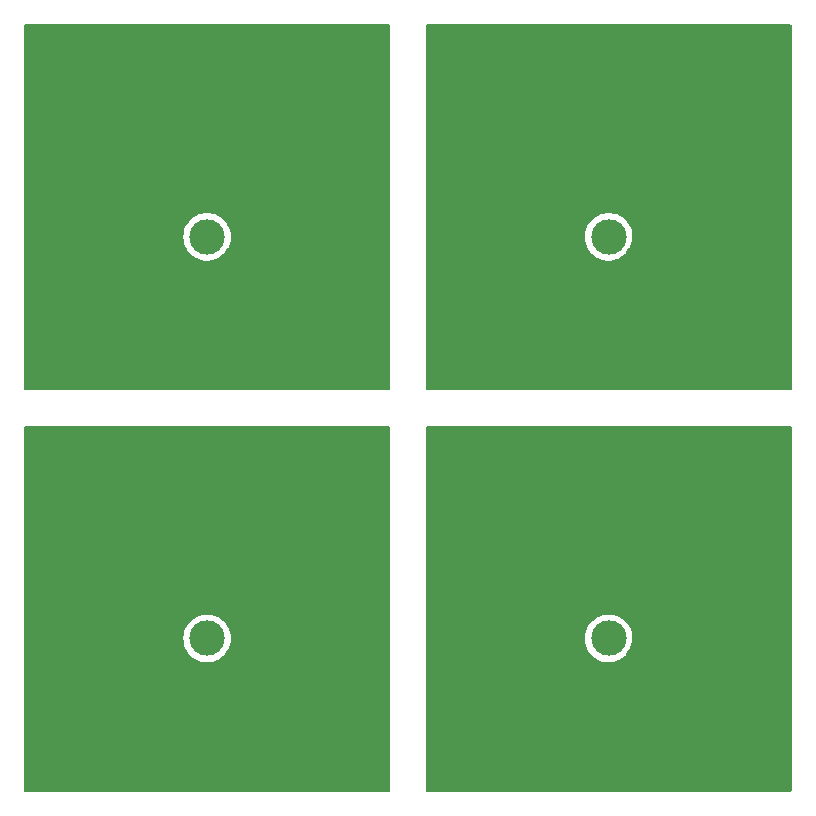
<source format=gbl>
%TF.GenerationSoftware,KiCad,Pcbnew,(6.0.4)*%
%TF.CreationDate,2022-12-06T00:22:49+09:00*%
%TF.ProjectId,gps-teseo-p,6770732d-7465-4736-956f-2d702e6b6963,rev?*%
%TF.SameCoordinates,Original*%
%TF.FileFunction,Copper,L4,Bot*%
%TF.FilePolarity,Positive*%
%FSLAX46Y46*%
G04 Gerber Fmt 4.6, Leading zero omitted, Abs format (unit mm)*
G04 Created by KiCad (PCBNEW (6.0.4)) date 2022-12-06 00:22:49*
%MOMM*%
%LPD*%
G01*
G04 APERTURE LIST*
%TA.AperFunction,ComponentPad*%
%ADD10C,3.000000*%
%TD*%
%TA.AperFunction,ViaPad*%
%ADD11C,0.800000*%
%TD*%
G04 APERTURE END LIST*
D10*
%TO.P,IC14,1,1*%
%TO.N,Net-(C1-Pad1)*%
X110000000Y-92500000D03*
%TD*%
%TO.P,IC11,1,1*%
%TO.N,Net-(C1-Pad1)*%
X76000000Y-92500000D03*
%TD*%
%TO.P,IC5,1,1*%
%TO.N,Net-(C1-Pad1)*%
X110000000Y-58500000D03*
%TD*%
%TO.P,IC2,1,1*%
%TO.N,Net-(C1-Pad1)*%
X76000000Y-58500000D03*
%TD*%
D11*
%TO.N,GND2*%
X98949162Y-75981298D03*
X108500000Y-90200000D03*
X104000000Y-79000000D03*
X124800000Y-86400000D03*
X107300000Y-92500000D03*
X113800000Y-80400000D03*
X114000000Y-76000000D03*
X108600000Y-96100000D03*
X123600000Y-84800000D03*
X111300000Y-96200000D03*
X104000000Y-104000000D03*
X103800000Y-87000000D03*
X118000000Y-92500000D03*
X120000000Y-89000000D03*
X99000000Y-104000000D03*
X96000000Y-94000000D03*
X124000000Y-104000000D03*
X108700000Y-100200000D03*
X111400000Y-97600000D03*
X109000000Y-79000000D03*
X116000000Y-90500000D03*
X124000000Y-76000000D03*
X116700000Y-104800000D03*
X124000000Y-102200000D03*
X98951204Y-83995915D03*
X112500000Y-92700000D03*
X107600000Y-93800000D03*
X111400000Y-90200000D03*
X96000000Y-99000000D03*
X118000000Y-98400000D03*
X108000000Y-94800000D03*
X118400000Y-102100000D03*
X119800000Y-103600000D03*
X115000000Y-84800000D03*
X122000000Y-89000000D03*
X113500000Y-95600000D03*
X104000000Y-76000000D03*
X119200000Y-97200000D03*
X108600000Y-103600000D03*
X114400000Y-97200000D03*
X115400000Y-104800000D03*
X114400000Y-101400000D03*
X99000000Y-89000000D03*
X108947119Y-83995915D03*
X124000000Y-93000000D03*
X116000000Y-92500000D03*
X124000000Y-89000000D03*
X111400000Y-98900000D03*
X121500000Y-104000000D03*
X120400000Y-78400000D03*
X120000000Y-93000000D03*
X118000000Y-101000000D03*
X99000000Y-99000000D03*
X118000000Y-99800000D03*
X113800000Y-78400000D03*
X103949162Y-88993872D03*
X111900000Y-93800000D03*
X109800000Y-104800000D03*
X108700000Y-101400000D03*
X112400000Y-104800000D03*
X124000000Y-100400000D03*
X118000000Y-90500000D03*
X124200000Y-78400000D03*
X107700000Y-91200000D03*
X112100000Y-91400000D03*
X119000000Y-76000000D03*
X123600000Y-97200000D03*
X104000000Y-99000000D03*
X114200000Y-104800000D03*
X104000000Y-94000000D03*
X99000000Y-79000000D03*
X96000000Y-89000000D03*
X114400000Y-100200000D03*
X111300000Y-94900000D03*
X122000000Y-93000000D03*
X117000000Y-102100000D03*
X108947119Y-88993872D03*
X116800000Y-78400000D03*
X96000000Y-104000000D03*
X114400000Y-102600000D03*
X114000000Y-90500000D03*
X108700000Y-97400000D03*
X111400000Y-100100000D03*
X124200000Y-80800000D03*
X113600000Y-98600000D03*
X109000000Y-76000000D03*
X99000000Y-94000000D03*
X109900000Y-89900000D03*
X108700000Y-98800000D03*
X116900000Y-97200000D03*
X114000000Y-92500000D03*
X64949162Y-75981298D03*
X74500000Y-90200000D03*
X70000000Y-79000000D03*
X90800000Y-86400000D03*
X73300000Y-92500000D03*
X79800000Y-80400000D03*
X80000000Y-76000000D03*
X74600000Y-96100000D03*
X89600000Y-84800000D03*
X77300000Y-96200000D03*
X70000000Y-104000000D03*
X69800000Y-87000000D03*
X84000000Y-92500000D03*
X86000000Y-89000000D03*
X65000000Y-104000000D03*
X62000000Y-94000000D03*
X90000000Y-104000000D03*
X74700000Y-100200000D03*
X77400000Y-97600000D03*
X75000000Y-79000000D03*
X82000000Y-90500000D03*
X90000000Y-76000000D03*
X82700000Y-104800000D03*
X90000000Y-102200000D03*
X64951204Y-83995915D03*
X78500000Y-92700000D03*
X73600000Y-93800000D03*
X77400000Y-90200000D03*
X62000000Y-99000000D03*
X84000000Y-98400000D03*
X74000000Y-94800000D03*
X84400000Y-102100000D03*
X85800000Y-103600000D03*
X81000000Y-84800000D03*
X88000000Y-89000000D03*
X79500000Y-95600000D03*
X70000000Y-76000000D03*
X85200000Y-97200000D03*
X74600000Y-103600000D03*
X80400000Y-97200000D03*
X81400000Y-104800000D03*
X80400000Y-101400000D03*
X65000000Y-89000000D03*
X74947119Y-83995915D03*
X90000000Y-93000000D03*
X82000000Y-92500000D03*
X90000000Y-89000000D03*
X77400000Y-98900000D03*
X87500000Y-104000000D03*
X86400000Y-78400000D03*
X86000000Y-93000000D03*
X84000000Y-101000000D03*
X65000000Y-99000000D03*
X84000000Y-99800000D03*
X79800000Y-78400000D03*
X69949162Y-88993872D03*
X77900000Y-93800000D03*
X75800000Y-104800000D03*
X74700000Y-101400000D03*
X78400000Y-104800000D03*
X90000000Y-100400000D03*
X84000000Y-90500000D03*
X90200000Y-78400000D03*
X73700000Y-91200000D03*
X78100000Y-91400000D03*
X85000000Y-76000000D03*
X89600000Y-97200000D03*
X70000000Y-99000000D03*
X80200000Y-104800000D03*
X70000000Y-94000000D03*
X65000000Y-79000000D03*
X62000000Y-89000000D03*
X80400000Y-100200000D03*
X77300000Y-94900000D03*
X88000000Y-93000000D03*
X83000000Y-102100000D03*
X74947119Y-88993872D03*
X82800000Y-78400000D03*
X62000000Y-104000000D03*
X80400000Y-102600000D03*
X80000000Y-90500000D03*
X74700000Y-97400000D03*
X77400000Y-100100000D03*
X90200000Y-80800000D03*
X79600000Y-98600000D03*
X75000000Y-76000000D03*
X65000000Y-94000000D03*
X75900000Y-89900000D03*
X74700000Y-98800000D03*
X82900000Y-97200000D03*
X80000000Y-92500000D03*
X98949162Y-41981298D03*
X108500000Y-56200000D03*
X104000000Y-45000000D03*
X124800000Y-52400000D03*
X107300000Y-58500000D03*
X113800000Y-46400000D03*
X114000000Y-42000000D03*
X108600000Y-62100000D03*
X123600000Y-50800000D03*
X111300000Y-62200000D03*
X104000000Y-70000000D03*
X103800000Y-53000000D03*
X118000000Y-58500000D03*
X120000000Y-55000000D03*
X99000000Y-70000000D03*
X96000000Y-60000000D03*
X124000000Y-70000000D03*
X108700000Y-66200000D03*
X111400000Y-63600000D03*
X109000000Y-45000000D03*
X116000000Y-56500000D03*
X124000000Y-42000000D03*
X116700000Y-70800000D03*
X124000000Y-68200000D03*
X98951204Y-49995915D03*
X112500000Y-58700000D03*
X107600000Y-59800000D03*
X111400000Y-56200000D03*
X96000000Y-65000000D03*
X118000000Y-64400000D03*
X108000000Y-60800000D03*
X118400000Y-68100000D03*
X119800000Y-69600000D03*
X115000000Y-50800000D03*
X122000000Y-55000000D03*
X113500000Y-61600000D03*
X104000000Y-42000000D03*
X119200000Y-63200000D03*
X108600000Y-69600000D03*
X114400000Y-63200000D03*
X115400000Y-70800000D03*
X114400000Y-67400000D03*
X99000000Y-55000000D03*
X108947119Y-49995915D03*
X124000000Y-59000000D03*
X116000000Y-58500000D03*
X124000000Y-55000000D03*
X111400000Y-64900000D03*
X121500000Y-70000000D03*
X120400000Y-44400000D03*
X120000000Y-59000000D03*
X118000000Y-67000000D03*
X99000000Y-65000000D03*
X118000000Y-65800000D03*
X113800000Y-44400000D03*
X103949162Y-54993872D03*
X111900000Y-59800000D03*
X109800000Y-70800000D03*
X108700000Y-67400000D03*
X112400000Y-70800000D03*
X124000000Y-66400000D03*
X118000000Y-56500000D03*
X124200000Y-44400000D03*
X107700000Y-57200000D03*
X112100000Y-57400000D03*
X119000000Y-42000000D03*
X123600000Y-63200000D03*
X104000000Y-65000000D03*
X114200000Y-70800000D03*
X104000000Y-60000000D03*
X99000000Y-45000000D03*
X96000000Y-55000000D03*
X114400000Y-66200000D03*
X111300000Y-60900000D03*
X122000000Y-59000000D03*
X117000000Y-68100000D03*
X108947119Y-54993872D03*
X116800000Y-44400000D03*
X96000000Y-70000000D03*
X114400000Y-68600000D03*
X114000000Y-56500000D03*
X108700000Y-63400000D03*
X111400000Y-66100000D03*
X124200000Y-46800000D03*
X113600000Y-64600000D03*
X109000000Y-42000000D03*
X99000000Y-60000000D03*
X109900000Y-55900000D03*
X108700000Y-64800000D03*
X116900000Y-63200000D03*
X114000000Y-58500000D03*
X90200000Y-44400000D03*
X74700000Y-67400000D03*
X75800000Y-70800000D03*
X77900000Y-59800000D03*
X79800000Y-44400000D03*
X84000000Y-56500000D03*
X90000000Y-66400000D03*
X69949162Y-54993872D03*
X78400000Y-70800000D03*
X85000000Y-42000000D03*
X78100000Y-57400000D03*
X89600000Y-63200000D03*
X70000000Y-65000000D03*
X73700000Y-57200000D03*
X80200000Y-70800000D03*
X80400000Y-66200000D03*
X62000000Y-55000000D03*
X65000000Y-45000000D03*
X70000000Y-60000000D03*
X77300000Y-60900000D03*
X65000000Y-55000000D03*
X90000000Y-55000000D03*
X80400000Y-67400000D03*
X86000000Y-59000000D03*
X86400000Y-44400000D03*
X82000000Y-58500000D03*
X62000000Y-65000000D03*
X80400000Y-63200000D03*
X84000000Y-67000000D03*
X81000000Y-50800000D03*
X87500000Y-70000000D03*
X84400000Y-68100000D03*
X81400000Y-70800000D03*
X74000000Y-60800000D03*
X77400000Y-56200000D03*
X90000000Y-59000000D03*
X77400000Y-64900000D03*
X85200000Y-63200000D03*
X74947119Y-49995915D03*
X79500000Y-61600000D03*
X74600000Y-69600000D03*
X70000000Y-42000000D03*
X85800000Y-69600000D03*
X88000000Y-55000000D03*
X84000000Y-64400000D03*
X84000000Y-65800000D03*
X65000000Y-65000000D03*
X73600000Y-59800000D03*
X62000000Y-60000000D03*
X74600000Y-62100000D03*
X90800000Y-52400000D03*
X80000000Y-42000000D03*
X90000000Y-42000000D03*
X64949162Y-41981298D03*
X74500000Y-56200000D03*
X78500000Y-58700000D03*
X74700000Y-66200000D03*
X75000000Y-45000000D03*
X89600000Y-50800000D03*
X73300000Y-58500000D03*
X77400000Y-63600000D03*
X65000000Y-70000000D03*
X84000000Y-58500000D03*
X70000000Y-70000000D03*
X90000000Y-70000000D03*
X79800000Y-46400000D03*
X69800000Y-53000000D03*
X86000000Y-55000000D03*
X82700000Y-70800000D03*
X64951204Y-49995915D03*
X70000000Y-45000000D03*
X77300000Y-62200000D03*
X90000000Y-68200000D03*
X82000000Y-56500000D03*
X74947119Y-54993872D03*
X82800000Y-44400000D03*
X77400000Y-66100000D03*
X79600000Y-64600000D03*
X90200000Y-46800000D03*
X75900000Y-55900000D03*
X82900000Y-63200000D03*
X74700000Y-64800000D03*
X80400000Y-68600000D03*
X83000000Y-68100000D03*
X80000000Y-58500000D03*
X88000000Y-59000000D03*
X65000000Y-60000000D03*
X80000000Y-56500000D03*
X62000000Y-70000000D03*
X75000000Y-42000000D03*
X74700000Y-63400000D03*
%TD*%
%TA.AperFunction,Conductor*%
%TO.N,GND2*%
G36*
X91433621Y-40528502D02*
G01*
X91480114Y-40582158D01*
X91491500Y-40634500D01*
X91491500Y-71365500D01*
X91471498Y-71433621D01*
X91417842Y-71480114D01*
X91365500Y-71491500D01*
X60634500Y-71491500D01*
X60566379Y-71471498D01*
X60519886Y-71417842D01*
X60508500Y-71365500D01*
X60508500Y-58478918D01*
X73986917Y-58478918D01*
X74002682Y-58752320D01*
X74003507Y-58756525D01*
X74003508Y-58756533D01*
X74014127Y-58810657D01*
X74055405Y-59021053D01*
X74056792Y-59025103D01*
X74056793Y-59025108D01*
X74077605Y-59085895D01*
X74144112Y-59280144D01*
X74267160Y-59524799D01*
X74269586Y-59528328D01*
X74269589Y-59528334D01*
X74419843Y-59746953D01*
X74422274Y-59750490D01*
X74606582Y-59953043D01*
X74816675Y-60128707D01*
X74820316Y-60130991D01*
X75045024Y-60271951D01*
X75045028Y-60271953D01*
X75048664Y-60274234D01*
X75116544Y-60304883D01*
X75294345Y-60385164D01*
X75294349Y-60385166D01*
X75298257Y-60386930D01*
X75302377Y-60388150D01*
X75302376Y-60388150D01*
X75556723Y-60463491D01*
X75556727Y-60463492D01*
X75560836Y-60464709D01*
X75565070Y-60465357D01*
X75565075Y-60465358D01*
X75827298Y-60505483D01*
X75827300Y-60505483D01*
X75831540Y-60506132D01*
X75970912Y-60508322D01*
X76101071Y-60510367D01*
X76101077Y-60510367D01*
X76105362Y-60510434D01*
X76377235Y-60477534D01*
X76642127Y-60408041D01*
X76646087Y-60406401D01*
X76646092Y-60406399D01*
X76768631Y-60355641D01*
X76895136Y-60303241D01*
X77131582Y-60165073D01*
X77347089Y-59996094D01*
X77388809Y-59953043D01*
X77534686Y-59802509D01*
X77537669Y-59799431D01*
X77540202Y-59795983D01*
X77540206Y-59795978D01*
X77697257Y-59582178D01*
X77699795Y-59578723D01*
X77727154Y-59528334D01*
X77828418Y-59341830D01*
X77828419Y-59341828D01*
X77830468Y-59338054D01*
X77927269Y-59081877D01*
X77988407Y-58814933D01*
X78012751Y-58542161D01*
X78013193Y-58500000D01*
X77994567Y-58226778D01*
X77939032Y-57958612D01*
X77847617Y-57700465D01*
X77722013Y-57457112D01*
X77712040Y-57442921D01*
X77567008Y-57236562D01*
X77564545Y-57233057D01*
X77378125Y-57032445D01*
X77374810Y-57029731D01*
X77374806Y-57029728D01*
X77169523Y-56861706D01*
X77166205Y-56858990D01*
X76932704Y-56715901D01*
X76928768Y-56714173D01*
X76685873Y-56607549D01*
X76685869Y-56607548D01*
X76681945Y-56605825D01*
X76418566Y-56530800D01*
X76414324Y-56530196D01*
X76414318Y-56530195D01*
X76213834Y-56501662D01*
X76147443Y-56492213D01*
X76003589Y-56491460D01*
X75877877Y-56490802D01*
X75877871Y-56490802D01*
X75873591Y-56490780D01*
X75869347Y-56491339D01*
X75869343Y-56491339D01*
X75750302Y-56507011D01*
X75602078Y-56526525D01*
X75597938Y-56527658D01*
X75597936Y-56527658D01*
X75525008Y-56547609D01*
X75337928Y-56598788D01*
X75333980Y-56600472D01*
X75089982Y-56704546D01*
X75089978Y-56704548D01*
X75086030Y-56706232D01*
X75066125Y-56718145D01*
X74854725Y-56844664D01*
X74854721Y-56844667D01*
X74851043Y-56846868D01*
X74637318Y-57018094D01*
X74448808Y-57216742D01*
X74289002Y-57439136D01*
X74160857Y-57681161D01*
X74159385Y-57685184D01*
X74159383Y-57685188D01*
X74152314Y-57704506D01*
X74066743Y-57938337D01*
X74008404Y-58205907D01*
X73986917Y-58478918D01*
X60508500Y-58478918D01*
X60508500Y-40634500D01*
X60528502Y-40566379D01*
X60582158Y-40519886D01*
X60634500Y-40508500D01*
X91365500Y-40508500D01*
X91433621Y-40528502D01*
G37*
%TD.AperFunction*%
%TD*%
%TA.AperFunction,Conductor*%
%TO.N,GND2*%
G36*
X125433621Y-40528502D02*
G01*
X125480114Y-40582158D01*
X125491500Y-40634500D01*
X125491500Y-71365500D01*
X125471498Y-71433621D01*
X125417842Y-71480114D01*
X125365500Y-71491500D01*
X94634500Y-71491500D01*
X94566379Y-71471498D01*
X94519886Y-71417842D01*
X94508500Y-71365500D01*
X94508500Y-58478918D01*
X107986917Y-58478918D01*
X108002682Y-58752320D01*
X108003507Y-58756525D01*
X108003508Y-58756533D01*
X108014127Y-58810657D01*
X108055405Y-59021053D01*
X108056792Y-59025103D01*
X108056793Y-59025108D01*
X108077605Y-59085895D01*
X108144112Y-59280144D01*
X108267160Y-59524799D01*
X108269586Y-59528328D01*
X108269589Y-59528334D01*
X108419843Y-59746953D01*
X108422274Y-59750490D01*
X108606582Y-59953043D01*
X108816675Y-60128707D01*
X108820316Y-60130991D01*
X109045024Y-60271951D01*
X109045028Y-60271953D01*
X109048664Y-60274234D01*
X109116544Y-60304883D01*
X109294345Y-60385164D01*
X109294349Y-60385166D01*
X109298257Y-60386930D01*
X109302377Y-60388150D01*
X109302376Y-60388150D01*
X109556723Y-60463491D01*
X109556727Y-60463492D01*
X109560836Y-60464709D01*
X109565070Y-60465357D01*
X109565075Y-60465358D01*
X109827298Y-60505483D01*
X109827300Y-60505483D01*
X109831540Y-60506132D01*
X109970912Y-60508322D01*
X110101071Y-60510367D01*
X110101077Y-60510367D01*
X110105362Y-60510434D01*
X110377235Y-60477534D01*
X110642127Y-60408041D01*
X110646087Y-60406401D01*
X110646092Y-60406399D01*
X110768631Y-60355641D01*
X110895136Y-60303241D01*
X111131582Y-60165073D01*
X111347089Y-59996094D01*
X111388809Y-59953043D01*
X111534686Y-59802509D01*
X111537669Y-59799431D01*
X111540202Y-59795983D01*
X111540206Y-59795978D01*
X111697257Y-59582178D01*
X111699795Y-59578723D01*
X111727154Y-59528334D01*
X111828418Y-59341830D01*
X111828419Y-59341828D01*
X111830468Y-59338054D01*
X111927269Y-59081877D01*
X111988407Y-58814933D01*
X112012751Y-58542161D01*
X112013193Y-58500000D01*
X111994567Y-58226778D01*
X111939032Y-57958612D01*
X111847617Y-57700465D01*
X111722013Y-57457112D01*
X111712040Y-57442921D01*
X111567008Y-57236562D01*
X111564545Y-57233057D01*
X111378125Y-57032445D01*
X111374810Y-57029731D01*
X111374806Y-57029728D01*
X111169523Y-56861706D01*
X111166205Y-56858990D01*
X110932704Y-56715901D01*
X110928768Y-56714173D01*
X110685873Y-56607549D01*
X110685869Y-56607548D01*
X110681945Y-56605825D01*
X110418566Y-56530800D01*
X110414324Y-56530196D01*
X110414318Y-56530195D01*
X110213834Y-56501662D01*
X110147443Y-56492213D01*
X110003589Y-56491460D01*
X109877877Y-56490802D01*
X109877871Y-56490802D01*
X109873591Y-56490780D01*
X109869347Y-56491339D01*
X109869343Y-56491339D01*
X109750302Y-56507011D01*
X109602078Y-56526525D01*
X109597938Y-56527658D01*
X109597936Y-56527658D01*
X109525008Y-56547609D01*
X109337928Y-56598788D01*
X109333980Y-56600472D01*
X109089982Y-56704546D01*
X109089978Y-56704548D01*
X109086030Y-56706232D01*
X109066125Y-56718145D01*
X108854725Y-56844664D01*
X108854721Y-56844667D01*
X108851043Y-56846868D01*
X108637318Y-57018094D01*
X108448808Y-57216742D01*
X108289002Y-57439136D01*
X108160857Y-57681161D01*
X108159385Y-57685184D01*
X108159383Y-57685188D01*
X108152314Y-57704506D01*
X108066743Y-57938337D01*
X108008404Y-58205907D01*
X107986917Y-58478918D01*
X94508500Y-58478918D01*
X94508500Y-40634500D01*
X94528502Y-40566379D01*
X94582158Y-40519886D01*
X94634500Y-40508500D01*
X125365500Y-40508500D01*
X125433621Y-40528502D01*
G37*
%TD.AperFunction*%
%TD*%
%TA.AperFunction,Conductor*%
%TO.N,GND2*%
G36*
X91433621Y-74528502D02*
G01*
X91480114Y-74582158D01*
X91491500Y-74634500D01*
X91491500Y-105365500D01*
X91471498Y-105433621D01*
X91417842Y-105480114D01*
X91365500Y-105491500D01*
X60634500Y-105491500D01*
X60566379Y-105471498D01*
X60519886Y-105417842D01*
X60508500Y-105365500D01*
X60508500Y-92478918D01*
X73986917Y-92478918D01*
X74002682Y-92752320D01*
X74003507Y-92756525D01*
X74003508Y-92756533D01*
X74014127Y-92810657D01*
X74055405Y-93021053D01*
X74056792Y-93025103D01*
X74056793Y-93025108D01*
X74077605Y-93085895D01*
X74144112Y-93280144D01*
X74267160Y-93524799D01*
X74269586Y-93528328D01*
X74269589Y-93528334D01*
X74419843Y-93746953D01*
X74422274Y-93750490D01*
X74606582Y-93953043D01*
X74816675Y-94128707D01*
X74820316Y-94130991D01*
X75045024Y-94271951D01*
X75045028Y-94271953D01*
X75048664Y-94274234D01*
X75116544Y-94304883D01*
X75294345Y-94385164D01*
X75294349Y-94385166D01*
X75298257Y-94386930D01*
X75302377Y-94388150D01*
X75302376Y-94388150D01*
X75556723Y-94463491D01*
X75556727Y-94463492D01*
X75560836Y-94464709D01*
X75565070Y-94465357D01*
X75565075Y-94465358D01*
X75827298Y-94505483D01*
X75827300Y-94505483D01*
X75831540Y-94506132D01*
X75970912Y-94508322D01*
X76101071Y-94510367D01*
X76101077Y-94510367D01*
X76105362Y-94510434D01*
X76377235Y-94477534D01*
X76642127Y-94408041D01*
X76646087Y-94406401D01*
X76646092Y-94406399D01*
X76768631Y-94355641D01*
X76895136Y-94303241D01*
X77131582Y-94165073D01*
X77347089Y-93996094D01*
X77388809Y-93953043D01*
X77534686Y-93802509D01*
X77537669Y-93799431D01*
X77540202Y-93795983D01*
X77540206Y-93795978D01*
X77697257Y-93582178D01*
X77699795Y-93578723D01*
X77727154Y-93528334D01*
X77828418Y-93341830D01*
X77828419Y-93341828D01*
X77830468Y-93338054D01*
X77927269Y-93081877D01*
X77988407Y-92814933D01*
X78012751Y-92542161D01*
X78013193Y-92500000D01*
X77994567Y-92226778D01*
X77939032Y-91958612D01*
X77847617Y-91700465D01*
X77722013Y-91457112D01*
X77712040Y-91442921D01*
X77567008Y-91236562D01*
X77564545Y-91233057D01*
X77378125Y-91032445D01*
X77374810Y-91029731D01*
X77374806Y-91029728D01*
X77169523Y-90861706D01*
X77166205Y-90858990D01*
X76932704Y-90715901D01*
X76928768Y-90714173D01*
X76685873Y-90607549D01*
X76685869Y-90607548D01*
X76681945Y-90605825D01*
X76418566Y-90530800D01*
X76414324Y-90530196D01*
X76414318Y-90530195D01*
X76213834Y-90501662D01*
X76147443Y-90492213D01*
X76003589Y-90491460D01*
X75877877Y-90490802D01*
X75877871Y-90490802D01*
X75873591Y-90490780D01*
X75869347Y-90491339D01*
X75869343Y-90491339D01*
X75750302Y-90507011D01*
X75602078Y-90526525D01*
X75597938Y-90527658D01*
X75597936Y-90527658D01*
X75525008Y-90547609D01*
X75337928Y-90598788D01*
X75333980Y-90600472D01*
X75089982Y-90704546D01*
X75089978Y-90704548D01*
X75086030Y-90706232D01*
X75066125Y-90718145D01*
X74854725Y-90844664D01*
X74854721Y-90844667D01*
X74851043Y-90846868D01*
X74637318Y-91018094D01*
X74448808Y-91216742D01*
X74289002Y-91439136D01*
X74160857Y-91681161D01*
X74159385Y-91685184D01*
X74159383Y-91685188D01*
X74152314Y-91704506D01*
X74066743Y-91938337D01*
X74008404Y-92205907D01*
X73986917Y-92478918D01*
X60508500Y-92478918D01*
X60508500Y-74634500D01*
X60528502Y-74566379D01*
X60582158Y-74519886D01*
X60634500Y-74508500D01*
X91365500Y-74508500D01*
X91433621Y-74528502D01*
G37*
%TD.AperFunction*%
%TD*%
%TA.AperFunction,Conductor*%
%TO.N,GND2*%
G36*
X125433621Y-74528502D02*
G01*
X125480114Y-74582158D01*
X125491500Y-74634500D01*
X125491500Y-105365500D01*
X125471498Y-105433621D01*
X125417842Y-105480114D01*
X125365500Y-105491500D01*
X94634500Y-105491500D01*
X94566379Y-105471498D01*
X94519886Y-105417842D01*
X94508500Y-105365500D01*
X94508500Y-92478918D01*
X107986917Y-92478918D01*
X108002682Y-92752320D01*
X108003507Y-92756525D01*
X108003508Y-92756533D01*
X108014127Y-92810657D01*
X108055405Y-93021053D01*
X108056792Y-93025103D01*
X108056793Y-93025108D01*
X108077605Y-93085895D01*
X108144112Y-93280144D01*
X108267160Y-93524799D01*
X108269586Y-93528328D01*
X108269589Y-93528334D01*
X108419843Y-93746953D01*
X108422274Y-93750490D01*
X108606582Y-93953043D01*
X108816675Y-94128707D01*
X108820316Y-94130991D01*
X109045024Y-94271951D01*
X109045028Y-94271953D01*
X109048664Y-94274234D01*
X109116544Y-94304883D01*
X109294345Y-94385164D01*
X109294349Y-94385166D01*
X109298257Y-94386930D01*
X109302377Y-94388150D01*
X109302376Y-94388150D01*
X109556723Y-94463491D01*
X109556727Y-94463492D01*
X109560836Y-94464709D01*
X109565070Y-94465357D01*
X109565075Y-94465358D01*
X109827298Y-94505483D01*
X109827300Y-94505483D01*
X109831540Y-94506132D01*
X109970912Y-94508322D01*
X110101071Y-94510367D01*
X110101077Y-94510367D01*
X110105362Y-94510434D01*
X110377235Y-94477534D01*
X110642127Y-94408041D01*
X110646087Y-94406401D01*
X110646092Y-94406399D01*
X110768631Y-94355641D01*
X110895136Y-94303241D01*
X111131582Y-94165073D01*
X111347089Y-93996094D01*
X111388809Y-93953043D01*
X111534686Y-93802509D01*
X111537669Y-93799431D01*
X111540202Y-93795983D01*
X111540206Y-93795978D01*
X111697257Y-93582178D01*
X111699795Y-93578723D01*
X111727154Y-93528334D01*
X111828418Y-93341830D01*
X111828419Y-93341828D01*
X111830468Y-93338054D01*
X111927269Y-93081877D01*
X111988407Y-92814933D01*
X112012751Y-92542161D01*
X112013193Y-92500000D01*
X111994567Y-92226778D01*
X111939032Y-91958612D01*
X111847617Y-91700465D01*
X111722013Y-91457112D01*
X111712040Y-91442921D01*
X111567008Y-91236562D01*
X111564545Y-91233057D01*
X111378125Y-91032445D01*
X111374810Y-91029731D01*
X111374806Y-91029728D01*
X111169523Y-90861706D01*
X111166205Y-90858990D01*
X110932704Y-90715901D01*
X110928768Y-90714173D01*
X110685873Y-90607549D01*
X110685869Y-90607548D01*
X110681945Y-90605825D01*
X110418566Y-90530800D01*
X110414324Y-90530196D01*
X110414318Y-90530195D01*
X110213834Y-90501662D01*
X110147443Y-90492213D01*
X110003589Y-90491460D01*
X109877877Y-90490802D01*
X109877871Y-90490802D01*
X109873591Y-90490780D01*
X109869347Y-90491339D01*
X109869343Y-90491339D01*
X109750302Y-90507011D01*
X109602078Y-90526525D01*
X109597938Y-90527658D01*
X109597936Y-90527658D01*
X109525008Y-90547609D01*
X109337928Y-90598788D01*
X109333980Y-90600472D01*
X109089982Y-90704546D01*
X109089978Y-90704548D01*
X109086030Y-90706232D01*
X109066125Y-90718145D01*
X108854725Y-90844664D01*
X108854721Y-90844667D01*
X108851043Y-90846868D01*
X108637318Y-91018094D01*
X108448808Y-91216742D01*
X108289002Y-91439136D01*
X108160857Y-91681161D01*
X108159385Y-91685184D01*
X108159383Y-91685188D01*
X108152314Y-91704506D01*
X108066743Y-91938337D01*
X108008404Y-92205907D01*
X107986917Y-92478918D01*
X94508500Y-92478918D01*
X94508500Y-74634500D01*
X94528502Y-74566379D01*
X94582158Y-74519886D01*
X94634500Y-74508500D01*
X125365500Y-74508500D01*
X125433621Y-74528502D01*
G37*
%TD.AperFunction*%
%TD*%
M02*

</source>
